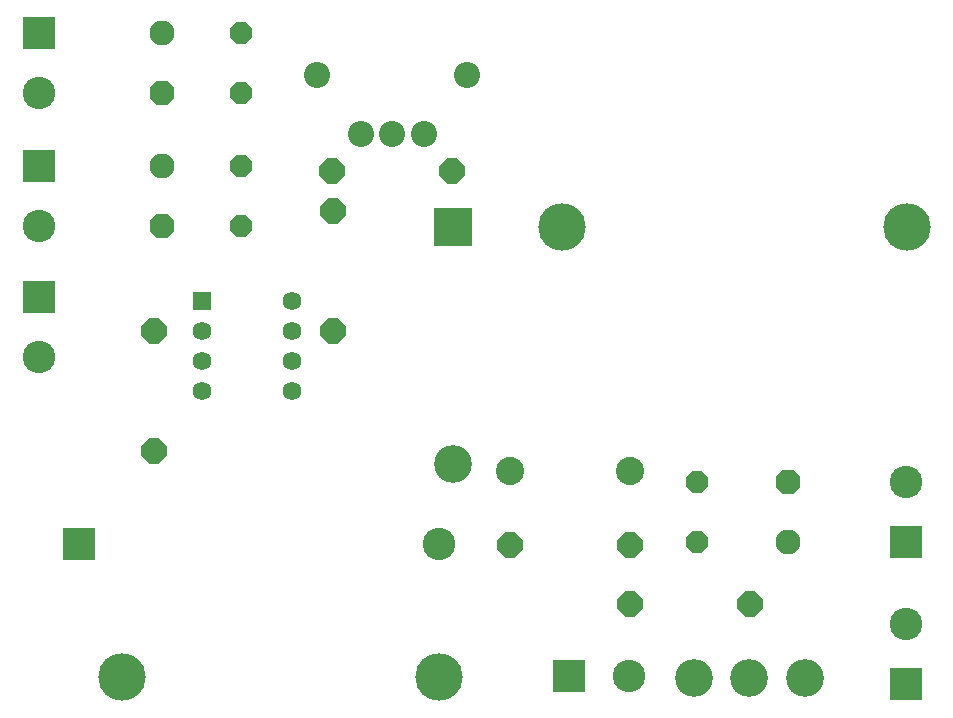
<source format=gbr>
G04 EAGLE Gerber RS-274X export*
G75*
%MOMM*%
%FSLAX34Y34*%
%LPD*%
%INSoldermask Bottom*%
%IPPOS*%
%AMOC8*
5,1,8,0,0,1.08239X$1,22.5*%
G01*
%ADD10P,1.951982X8X112.500000*%
%ADD11P,1.951982X8X292.500000*%
%ADD12C,2.108200*%
%ADD13P,2.281895X8X292.500000*%
%ADD14P,2.281895X8X112.500000*%
%ADD15R,3.203200X3.203200*%
%ADD16C,3.203200*%
%ADD17C,2.387600*%
%ADD18R,2.743200X2.743200*%
%ADD19C,2.743200*%
%ADD20C,4.013200*%
%ADD21P,2.309387X8X112.500000*%
%ADD22P,2.309387X8X202.500000*%
%ADD23P,2.309387X8X22.500000*%
%ADD24R,1.591200X1.591200*%
%ADD25C,1.591200*%
%ADD26C,2.203200*%


D10*
X898000Y304600D03*
X898000Y355400D03*
D11*
X512000Y735400D03*
X512000Y684600D03*
X512000Y623100D03*
X512000Y572300D03*
D12*
X444700Y735400D03*
D13*
X444700Y684600D03*
D12*
X444700Y622900D03*
D13*
X444700Y572100D03*
D12*
X975300Y304600D03*
D14*
X975300Y355400D03*
D15*
X690900Y571000D03*
D16*
X690900Y370340D03*
D17*
X840800Y364500D03*
X739200Y364500D03*
D18*
X340700Y622900D03*
D19*
X340700Y572100D03*
D18*
X1075000Y304600D03*
D19*
X1075000Y355400D03*
D20*
X783750Y571300D03*
X1075850Y571300D03*
D18*
X340700Y511500D03*
D19*
X340700Y460700D03*
D21*
X438300Y381200D03*
X438300Y482800D03*
X590000Y483200D03*
X590000Y584800D03*
D22*
X690800Y618300D03*
X589200Y618300D03*
D23*
X739200Y301700D03*
X840800Y301700D03*
X841200Y251700D03*
X942800Y251700D03*
D18*
X375000Y303100D03*
D19*
X679800Y303100D03*
D20*
X410900Y190000D03*
X679124Y190000D03*
D16*
X989000Y189600D03*
X942000Y189600D03*
X895000Y189600D03*
D24*
X478700Y508100D03*
D25*
X478700Y482700D03*
X478700Y457300D03*
X478700Y431900D03*
X554900Y431900D03*
X554900Y457300D03*
X554900Y482700D03*
X554900Y508100D03*
D26*
X613000Y650000D03*
X640000Y650000D03*
X667000Y650000D03*
X576500Y700000D03*
X703500Y700000D03*
D18*
X340700Y735400D03*
D19*
X340700Y684600D03*
D18*
X789900Y190700D03*
D19*
X840700Y190700D03*
D18*
X1075000Y184100D03*
D19*
X1075000Y234900D03*
M02*

</source>
